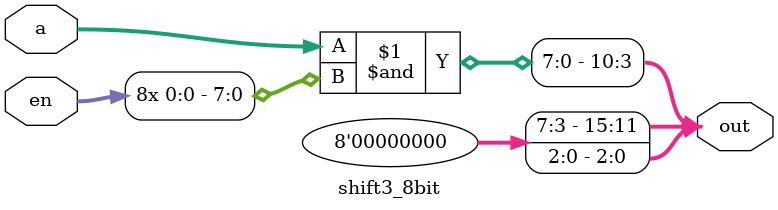
<source format=v>
module shift3_8bit(
	input [7:0] a,
	input en,
	output [15:0] out
);

assign out[15:11] = 5'b0;
assign out[10:3] = a&{8{en}};
assign out[2:0] = 3'b0;

endmodule

</source>
